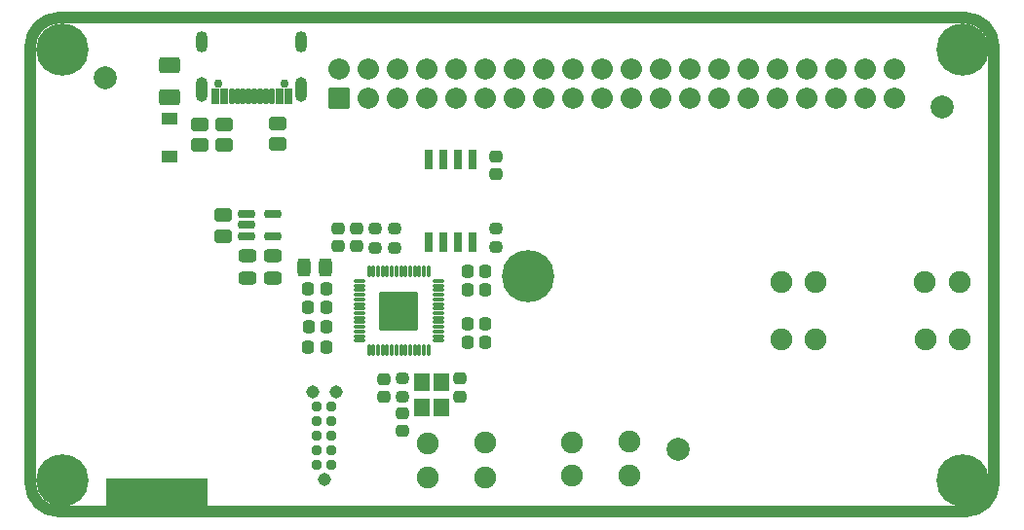
<source format=gbr>
%TF.GenerationSoftware,KiCad,Pcbnew,(6.0.6)*%
%TF.CreationDate,2022-07-15T17:58:14+10:00*%
%TF.ProjectId,SolderingInduction,536f6c64-6572-4696-9e67-496e64756374,1.0.0*%
%TF.SameCoordinates,PX8f0d180PY8f0d180*%
%TF.FileFunction,Soldermask,Bot*%
%TF.FilePolarity,Negative*%
%FSLAX46Y46*%
G04 Gerber Fmt 4.6, Leading zero omitted, Abs format (unit mm)*
G04 Created by KiCad (PCBNEW (6.0.6)) date 2022-07-15 17:58:14*
%MOMM*%
%LPD*%
G01*
G04 APERTURE LIST*
G04 Aperture macros list*
%AMRoundRect*
0 Rectangle with rounded corners*
0 $1 Rounding radius*
0 $2 $3 $4 $5 $6 $7 $8 $9 X,Y pos of 4 corners*
0 Add a 4 corners polygon primitive as box body*
4,1,4,$2,$3,$4,$5,$6,$7,$8,$9,$2,$3,0*
0 Add four circle primitives for the rounded corners*
1,1,$1+$1,$2,$3*
1,1,$1+$1,$4,$5*
1,1,$1+$1,$6,$7*
1,1,$1+$1,$8,$9*
0 Add four rect primitives between the rounded corners*
20,1,$1+$1,$2,$3,$4,$5,0*
20,1,$1+$1,$4,$5,$6,$7,0*
20,1,$1+$1,$6,$7,$8,$9,0*
20,1,$1+$1,$8,$9,$2,$3,0*%
G04 Aperture macros list end*
%ADD10C,1.000000*%
%ADD11C,4.552400*%
%ADD12C,1.902400*%
%ADD13C,1.143000*%
%ADD14C,0.939800*%
%ADD15RoundRect,0.076200X0.850000X-0.850000X0.850000X0.850000X-0.850000X0.850000X-0.850000X-0.850000X0*%
%ADD16O,1.852400X1.852400*%
%ADD17RoundRect,0.276200X-0.275000X0.200000X-0.275000X-0.200000X0.275000X-0.200000X0.275000X0.200000X0*%
%ADD18RoundRect,0.326200X-0.450000X0.262500X-0.450000X-0.262500X0.450000X-0.262500X0.450000X0.262500X0*%
%ADD19RoundRect,0.326200X0.450000X-0.262500X0.450000X0.262500X-0.450000X0.262500X-0.450000X-0.262500X0*%
%ADD20RoundRect,0.301200X-0.250000X0.225000X-0.250000X-0.225000X0.250000X-0.225000X0.250000X0.225000X0*%
%ADD21RoundRect,0.226200X0.150000X-0.650000X0.150000X0.650000X-0.150000X0.650000X-0.150000X-0.650000X0*%
%ADD22RoundRect,0.301200X-0.225000X-0.250000X0.225000X-0.250000X0.225000X0.250000X-0.225000X0.250000X0*%
%ADD23RoundRect,0.301200X0.225000X0.250000X-0.225000X0.250000X-0.225000X-0.250000X0.225000X-0.250000X0*%
%ADD24RoundRect,0.076200X-0.600000X0.700000X-0.600000X-0.700000X0.600000X-0.700000X0.600000X0.700000X0*%
%ADD25RoundRect,0.301200X0.250000X-0.225000X0.250000X0.225000X-0.250000X0.225000X-0.250000X-0.225000X0*%
%ADD26RoundRect,0.326200X-0.475000X0.250000X-0.475000X-0.250000X0.475000X-0.250000X0.475000X0.250000X0*%
%ADD27RoundRect,0.276200X0.275000X-0.200000X0.275000X0.200000X-0.275000X0.200000X-0.275000X-0.200000X0*%
%ADD28RoundRect,0.076200X0.600000X-0.450000X0.600000X0.450000X-0.600000X0.450000X-0.600000X-0.450000X0*%
%ADD29C,2.000000*%
%ADD30RoundRect,0.126200X0.387500X0.050000X-0.387500X0.050000X-0.387500X-0.050000X0.387500X-0.050000X0*%
%ADD31RoundRect,0.126200X0.050000X0.387500X-0.050000X0.387500X-0.050000X-0.387500X0.050000X-0.387500X0*%
%ADD32RoundRect,0.076200X1.600000X1.600000X-1.600000X1.600000X-1.600000X-1.600000X1.600000X-1.600000X0*%
%ADD33C,0.752400*%
%ADD34RoundRect,0.076200X-0.300000X-0.580000X0.300000X-0.580000X0.300000X0.580000X-0.300000X0.580000X0*%
%ADD35RoundRect,0.076200X0.150000X0.580000X-0.150000X0.580000X-0.150000X-0.580000X0.150000X-0.580000X0*%
%ADD36O,1.052400X2.152400*%
%ADD37O,1.052400X1.852400*%
%ADD38RoundRect,0.326200X-0.625000X0.375000X-0.625000X-0.375000X0.625000X-0.375000X0.625000X0.375000X0*%
%ADD39RoundRect,0.226200X-0.512500X-0.150000X0.512500X-0.150000X0.512500X0.150000X-0.512500X0.150000X0*%
%ADD40RoundRect,0.326200X0.250000X0.475000X-0.250000X0.475000X-0.250000X-0.475000X0.250000X-0.475000X0*%
G04 APERTURE END LIST*
D10*
X38000000Y-20500000D02*
X-40750000Y-20500000D01*
X-43250000Y-18000000D02*
G75*
G03*
X-40750000Y-20500000I2500000J0D01*
G01*
X40500000Y20000000D02*
X40500000Y-18000000D01*
X-43250000Y-18000000D02*
X-43250000Y20000000D01*
X40500000Y20000000D02*
G75*
G03*
X38000000Y22500000I-2500000J0D01*
G01*
X-40750000Y22500000D02*
X38000000Y22500000D01*
X38000000Y-20500000D02*
G75*
G03*
X40500000Y-18000000I0J2500000D01*
G01*
X-40750000Y22500000D02*
G75*
G03*
X-43250000Y20000000I0J-2500000D01*
G01*
G36*
X-36600000Y-20500000D02*
G01*
X-27800000Y-20500000D01*
X-27800000Y-17600000D01*
X-36600000Y-17600000D01*
X-36600000Y-20500000D01*
G37*
D11*
%TO.C,H2*%
X37750000Y19750000D03*
%TD*%
D12*
%TO.C,SW8*%
X34550000Y-5500000D03*
X34500000Y-500000D03*
X37500000Y-500000D03*
X37500000Y-5500000D03*
%TD*%
D11*
%TO.C,H4*%
X-40475000Y-17750000D03*
%TD*%
%TO.C,H3*%
X0Y0D03*
%TD*%
D12*
%TO.C,SW7*%
X22050000Y-5500000D03*
X22000000Y-500000D03*
X25000000Y-500000D03*
X25000000Y-5500000D03*
%TD*%
D11*
%TO.C,H5*%
X37750000Y-17750000D03*
%TD*%
D12*
%TO.C,SW6*%
X3800000Y-14450000D03*
X8800000Y-14400000D03*
X8800000Y-17400000D03*
X3800000Y-17400000D03*
%TD*%
D11*
%TO.C,H1*%
X-40475000Y19750000D03*
%TD*%
D13*
%TO.C,J2*%
X-16684000Y-10090000D03*
X-18716000Y-10090000D03*
X-17700000Y-17710000D03*
D14*
X-17064384Y-16439401D03*
X-17065000Y-15170000D03*
X-17064384Y-13899401D03*
X-17064384Y-12629401D03*
X-17065000Y-11360000D03*
X-18335000Y-11360000D03*
X-18334384Y-12629401D03*
X-18334384Y-13899401D03*
X-18334384Y-15169401D03*
X-18335000Y-16440000D03*
%TD*%
D15*
%TO.C,J3*%
X-16425000Y15525000D03*
D16*
X-16425000Y18065000D03*
X-13885000Y15525000D03*
X-13885000Y18065000D03*
X-11345000Y15525000D03*
X-11345000Y18065000D03*
X-8805000Y15525000D03*
X-8805000Y18065000D03*
X-6265000Y15525000D03*
X-6265000Y18065000D03*
X-3725000Y15525000D03*
X-3725000Y18065000D03*
X-1185000Y15525000D03*
X-1185000Y18065000D03*
X1355000Y15525000D03*
X1355000Y18065000D03*
X3895000Y15525000D03*
X3895000Y18065000D03*
X6435000Y15525000D03*
X6435000Y18065000D03*
X8975000Y15525000D03*
X8975000Y18065000D03*
X11515000Y15525000D03*
X11515000Y18065000D03*
X14055000Y15525000D03*
X14055000Y18065000D03*
X16595000Y15525000D03*
X16595000Y18065000D03*
X19135000Y15525000D03*
X19135000Y18065000D03*
X21675000Y15525000D03*
X21675000Y18065000D03*
X24215000Y15525000D03*
X24215000Y18065000D03*
X26755000Y15525000D03*
X26755000Y18065000D03*
X29295000Y15525000D03*
X29295000Y18065000D03*
X31835000Y15525000D03*
X31835000Y18065000D03*
%TD*%
D12*
%TO.C,SW5*%
X-8700000Y-14550000D03*
X-3700000Y-14500000D03*
X-3700000Y-17500000D03*
X-8700000Y-17500000D03*
%TD*%
D17*
%TO.C,R3*%
X-11600000Y4125000D03*
X-11600000Y2475000D03*
%TD*%
D18*
%TO.C,R4*%
X-21700000Y13312500D03*
X-21700000Y11487500D03*
%TD*%
D17*
%TO.C,R2*%
X-13300000Y4125000D03*
X-13300000Y2475000D03*
%TD*%
D19*
%TO.C,R8*%
X-26481250Y3487500D03*
X-26481250Y5312500D03*
%TD*%
D20*
%TO.C,C7*%
X-2800000Y10425000D03*
X-2800000Y8875000D03*
%TD*%
D21*
%TO.C,U3*%
X-4845000Y2950000D03*
X-6115000Y2950000D03*
X-7385000Y2950000D03*
X-8655000Y2950000D03*
X-8655000Y10150000D03*
X-7385000Y10150000D03*
X-6115000Y10150000D03*
X-4845000Y10150000D03*
%TD*%
D22*
%TO.C,C14*%
X-5245000Y-4110000D03*
X-3695000Y-4110000D03*
%TD*%
%TO.C,C18*%
X-5250000Y-1200000D03*
X-3700000Y-1200000D03*
%TD*%
D23*
%TO.C,C11*%
X-17525000Y-2750000D03*
X-19075000Y-2750000D03*
%TD*%
%TO.C,C15*%
X-17515000Y-4390000D03*
X-19065000Y-4390000D03*
%TD*%
D20*
%TO.C,C6*%
X-10900000Y-11925000D03*
X-10900000Y-13475000D03*
%TD*%
D24*
%TO.C,Y1*%
X-7550000Y-9200000D03*
X-7550000Y-11400000D03*
X-9250000Y-11400000D03*
X-9250000Y-9200000D03*
%TD*%
D20*
%TO.C,C5*%
X-5900000Y-8925000D03*
X-5900000Y-10475000D03*
%TD*%
D25*
%TO.C,C9*%
X-14900000Y2600000D03*
X-14900000Y4150000D03*
%TD*%
D26*
%TO.C,C2*%
X-24331250Y1750000D03*
X-24331250Y-150000D03*
%TD*%
D27*
%TO.C,R6*%
X-2800000Y2525000D03*
X-2800000Y4175000D03*
%TD*%
D17*
%TO.C,R10*%
X-10900000Y-8875000D03*
X-10900000Y-10525000D03*
%TD*%
D28*
%TO.C,D2*%
X-31100000Y10450000D03*
X-31100000Y13750000D03*
%TD*%
D29*
%TO.C,FID3*%
X-36750000Y17250000D03*
%TD*%
%TO.C,FID1*%
X36000000Y14750000D03*
%TD*%
D23*
%TO.C,C17*%
X-17525000Y-6150000D03*
X-19075000Y-6150000D03*
%TD*%
D18*
%TO.C,R7*%
X-28500000Y13212500D03*
X-28500000Y11387500D03*
%TD*%
D26*
%TO.C,C3*%
X-22131250Y1750000D03*
X-22131250Y-150000D03*
%TD*%
D29*
%TO.C,FID2*%
X13100000Y-15100000D03*
%TD*%
D20*
%TO.C,C10*%
X-12470000Y-8935000D03*
X-12470000Y-10485000D03*
%TD*%
D30*
%TO.C,U4*%
X-7784683Y-422183D03*
X-7784683Y-822183D03*
X-7784683Y-1222183D03*
X-7784683Y-1622183D03*
X-7784683Y-2022183D03*
X-7784683Y-2422183D03*
X-7784683Y-2822183D03*
X-7784683Y-3222183D03*
X-7784683Y-3622183D03*
X-7784683Y-4022183D03*
X-7784683Y-4422183D03*
X-7784683Y-4822183D03*
X-7784683Y-5222183D03*
X-7784683Y-5622183D03*
D31*
X-8622183Y-6459683D03*
X-9022183Y-6459683D03*
X-9422183Y-6459683D03*
X-9822183Y-6459683D03*
X-10222183Y-6459683D03*
X-10622183Y-6459683D03*
X-11022183Y-6459683D03*
X-11422183Y-6459683D03*
X-11822183Y-6459683D03*
X-12222183Y-6459683D03*
X-12622183Y-6459683D03*
X-13022183Y-6459683D03*
X-13422183Y-6459683D03*
X-13822183Y-6459683D03*
D30*
X-14659683Y-5622183D03*
X-14659683Y-5222183D03*
X-14659683Y-4822183D03*
X-14659683Y-4422183D03*
X-14659683Y-4022183D03*
X-14659683Y-3622183D03*
X-14659683Y-3222183D03*
X-14659683Y-2822183D03*
X-14659683Y-2422183D03*
X-14659683Y-2022183D03*
X-14659683Y-1622183D03*
X-14659683Y-1222183D03*
X-14659683Y-822183D03*
X-14659683Y-422183D03*
D31*
X-13822183Y415317D03*
X-13422183Y415317D03*
X-13022183Y415317D03*
X-12622183Y415317D03*
X-12222183Y415317D03*
X-11822183Y415317D03*
X-11422183Y415317D03*
X-11022183Y415317D03*
X-10622183Y415317D03*
X-10222183Y415317D03*
X-9822183Y415317D03*
X-9422183Y415317D03*
X-9022183Y415317D03*
X-8622183Y415317D03*
D32*
X-11222183Y-3022183D03*
%TD*%
D33*
%TO.C,J1*%
X-26890000Y16725000D03*
X-21110000Y16725000D03*
D34*
X-27200000Y15665000D03*
X-26400000Y15665000D03*
D35*
X-25250000Y15665000D03*
X-24250000Y15665000D03*
X-23750000Y15665000D03*
X-22750000Y15665000D03*
D34*
X-21600000Y15665000D03*
X-20800000Y15665000D03*
X-20800000Y15665000D03*
X-21600000Y15665000D03*
D35*
X-22250000Y15665000D03*
X-23250000Y15665000D03*
X-24750000Y15665000D03*
X-25750000Y15665000D03*
D34*
X-26400000Y15665000D03*
X-27200000Y15665000D03*
D36*
X-28320000Y16245000D03*
D37*
X-28320000Y20415000D03*
D36*
X-19680000Y16245000D03*
D37*
X-19680000Y20415000D03*
%TD*%
D38*
%TO.C,F1*%
X-31100000Y18400000D03*
X-31100000Y15600000D03*
%TD*%
D23*
%TO.C,C12*%
X-17525000Y-1100000D03*
X-19075000Y-1100000D03*
%TD*%
D22*
%TO.C,C13*%
X-5250000Y400000D03*
X-3700000Y400000D03*
%TD*%
%TO.C,C16*%
X-5250000Y-5750000D03*
X-3700000Y-5750000D03*
%TD*%
D18*
%TO.C,R5*%
X-26400000Y13212500D03*
X-26400000Y11387500D03*
%TD*%
D39*
%TO.C,U1*%
X-24418750Y3500000D03*
X-24418750Y4450000D03*
X-24418750Y5400000D03*
X-22143750Y5400000D03*
X-22143750Y3500000D03*
%TD*%
D40*
%TO.C,C4*%
X-17575000Y750000D03*
X-19475000Y750000D03*
%TD*%
D25*
%TO.C,C8*%
X-16500000Y2600000D03*
X-16500000Y4150000D03*
%TD*%
M02*

</source>
